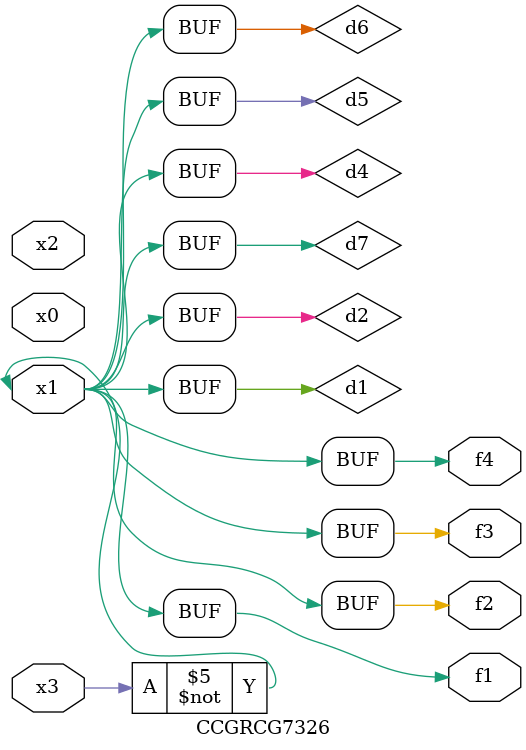
<source format=v>
module CCGRCG7326(
	input x0, x1, x2, x3,
	output f1, f2, f3, f4
);

	wire d1, d2, d3, d4, d5, d6, d7;

	not (d1, x3);
	buf (d2, x1);
	xnor (d3, d1, d2);
	nor (d4, d1);
	buf (d5, d1, d2);
	buf (d6, d4, d5);
	nand (d7, d4);
	assign f1 = d6;
	assign f2 = d7;
	assign f3 = d6;
	assign f4 = d6;
endmodule

</source>
